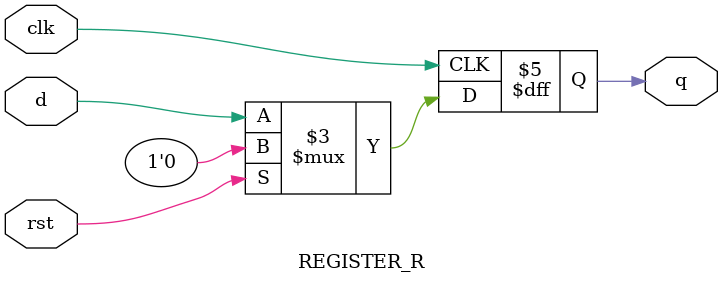
<source format=v>
module REGISTER_R(q, d, rst, clk);
   parameter N = 1;
   parameter INIT = {N{1'b0}};
   output reg [N-1:0] q;
   input [N-1:0]      d;
   input 	      rst, clk;
   always @(posedge clk)
     if (rst) q <= INIT;
     else q <= d;
endmodule // REGISTER_R
</source>
